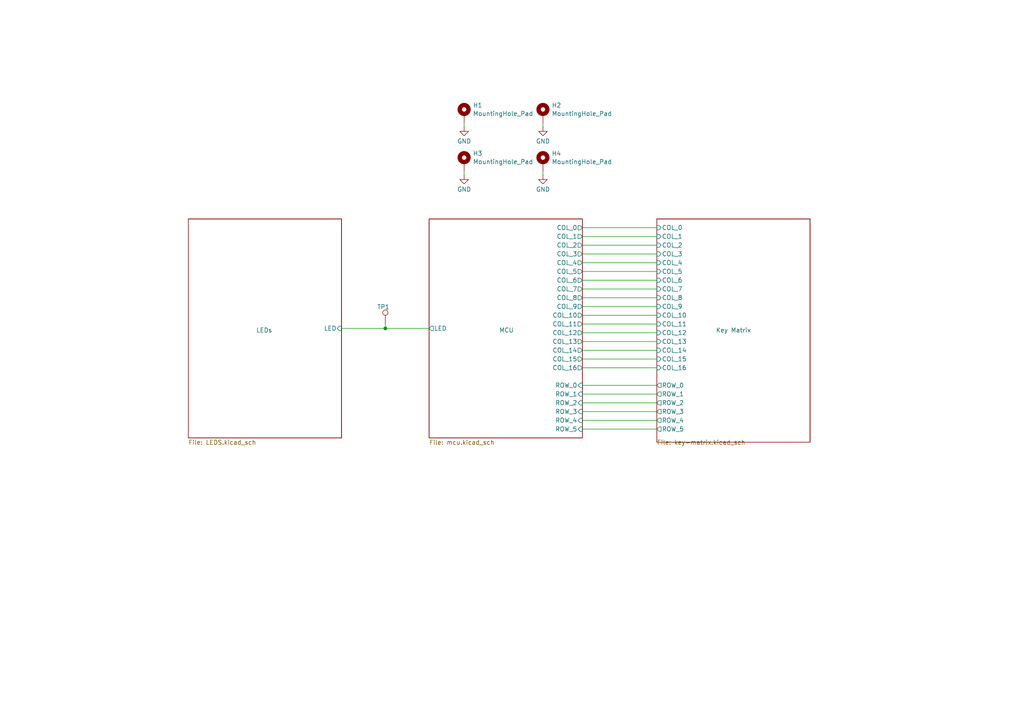
<source format=kicad_sch>
(kicad_sch (version 20231120) (generator "eeschema") (generator_version "8.0")
  (paper "A4")
  (lib_symbols
    (symbol "Connector:TestPoint" (pin_numbers hide) (pin_names (offset 0.762) hide)
      (property "Reference" "TP" (at 0 6.858 0))
      (property "Value" "TestPoint" (at 0 5.08 0))
      (symbol "TestPoint_0_1"
        (circle (center 0 3.302) (radius 0.762))
      )
      (symbol "TestPoint_1_1"
        (pin passive line (at 0 0 90) (length 2.54) (name "1") (number "1"))
      )
    )
    (symbol "Mechanical:MountingHole_Pad" (pin_numbers hide) (pin_names (offset 1.016) hide) (exclude_from_sim yes) (in_bom no)
      (property "Reference" "H" (at 0 6.35 0))
      (property "Value" "MountingHole_Pad" (at 0 4.445 0))
      (symbol "MountingHole_Pad_0_1"
        (circle (center 0 1.27) (radius 1.27) (stroke (width 1.27)))
      )
      (symbol "MountingHole_Pad_1_1"
        (pin input line (at 0 -2.54 90) (length 2.54) (name "1") (number "1"))
      )
    )
    (symbol "power:GND" (power) (pin_numbers hide) (pin_names (offset 0) hide)
      (property "Value" "GND" (at 0 -3.81 0))
      (symbol "GND_0_1"
        (polyline (pts (xy 0 0) (xy 0 -1.27) (xy 1.27 -1.27) (xy 0 -2.54) (xy -1.27 -1.27) (xy 0 -1.27)))
      )
      (symbol "GND_1_1"
        (pin power_in line (at 0 0 270) (length 0) (name "~") (number "1"))
      )
    )
  )
  (junction (at 111.76 95.25))
  (wire (pts (xy 134.62 49.53) (xy 134.62 50.8)))
  (wire (pts (xy 111.76 95.25) (xy 124.46 95.25)))
  (wire (pts (xy 168.91 114.3) (xy 190.5 114.3)))
  (wire (pts (xy 168.91 111.76) (xy 190.5 111.76)))
  (wire (pts (xy 168.91 124.46) (xy 190.5 124.46)))
  (wire (pts (xy 168.91 99.06) (xy 190.5 99.06)))
  (wire (pts (xy 168.91 119.38) (xy 190.5 119.38)))
  (wire (pts (xy 168.91 91.44) (xy 190.5 91.44)))
  (wire (pts (xy 99.06 95.25) (xy 111.76 95.25)))
  (wire (pts (xy 168.91 66.04) (xy 190.5 66.04)))
  (wire (pts (xy 168.91 106.68) (xy 190.5 106.68)))
  (wire (pts (xy 168.91 121.92) (xy 190.5 121.92)))
  (wire (pts (xy 168.91 101.6) (xy 190.5 101.6)))
  (wire (pts (xy 168.91 88.9) (xy 190.5 88.9)))
  (wire (pts (xy 111.76 93.98) (xy 111.76 95.25)))
  (wire (pts (xy 168.91 93.98) (xy 190.5 93.98)))
  (wire (pts (xy 168.91 86.36) (xy 190.5 86.36)))
  (wire (pts (xy 168.91 96.52) (xy 190.5 96.52)))
  (wire (pts (xy 168.91 68.58) (xy 190.5 68.58)))
  (wire (pts (xy 168.91 81.28) (xy 190.5 81.28)))
  (wire (pts (xy 168.91 104.14) (xy 190.5 104.14)))
  (wire (pts (xy 168.91 116.84) (xy 190.5 116.84)))
  (wire (pts (xy 134.62 35.56) (xy 134.62 36.83)))
  (wire (pts (xy 168.91 83.82) (xy 190.5 83.82)))
  (wire (pts (xy 168.91 78.74) (xy 190.5 78.74)))
  (wire (pts (xy 157.48 35.56) (xy 157.48 36.83)))
  (wire (pts (xy 168.91 76.2) (xy 190.5 76.2)))
  (wire (pts (xy 157.48 49.53) (xy 157.48 50.8)))
  (wire (pts (xy 168.91 73.66) (xy 190.5 73.66)))
  (wire (pts (xy 168.91 71.12) (xy 190.5 71.12)))
  (symbol (lib_id "Connector:TestPoint") (at 111.76 93.98 0) (unit 1)
    (property "Reference" "TP1" (at 109.347 89.027 0) (effects (justify left)))
    (property "Value" "TestPoint" (effects (hide yes)))
    (property "Footprint" "TestPoint:TestPoint_THTPad_D1.0mm_Drill0.5mm" (effects (hide yes)))
    (property "Description" "test point" (effects (hide yes)))
  )
  (symbol (lib_id "power:GND") (at 157.48 50.8 0) (unit 1)
    (property "Reference" "#PWR04" (effects (hide yes)))
    (property "Value" "GND" (at 157.48 54.9331 0))
    (property "Description" "Power symbol creates a global label with name \"GND\" , ground" (effects (hide yes)))
  )
  (symbol (lib_id "power:GND") (at 134.62 36.83 0) (unit 1)
    (property "Reference" "#PWR01" (effects (hide yes)))
    (property "Value" "GND" (at 134.62 40.9631 0))
    (property "Description" "Power symbol creates a global label with name \"GND\" , ground" (effects (hide yes)))
  )
  (symbol (lib_id "Mechanical:MountingHole_Pad") (at 157.48 33.02 0) (unit 1) (exclude_from_sim yes) (in_bom no)
    (property "Reference" "H2" (at 160.02 30.5378 0) (effects (justify left)))
    (property "Value" "MountingHole_Pad" (at 160.02 32.9621 0) (effects (justify left)))
    (property "Footprint" "MountingHole:MountingHole_3.2mm_M3_Pad" (effects (hide yes)))
    (property "Description" "Mounting Hole with connection" (effects (hide yes)))
  )
  (symbol (lib_id "power:GND") (at 157.48 36.83 0) (unit 1)
    (property "Reference" "#PWR02" (effects (hide yes)))
    (property "Value" "GND" (at 157.48 40.9631 0))
    (property "Description" "Power symbol creates a global label with name \"GND\" , ground" (effects (hide yes)))
  )
  (symbol (lib_id "Mechanical:MountingHole_Pad") (at 157.48 46.99 0) (unit 1) (exclude_from_sim yes) (in_bom no)
    (property "Reference" "H4" (at 160.02 44.5078 0) (effects (justify left)))
    (property "Value" "MountingHole_Pad" (at 160.02 46.9321 0) (effects (justify left)))
    (property "Footprint" "MountingHole:MountingHole_3.2mm_M3_Pad" (effects (hide yes)))
    (property "Description" "Mounting Hole with connection" (effects (hide yes)))
  )
  (symbol (lib_id "Mechanical:MountingHole_Pad") (at 134.62 33.02 0) (unit 1) (exclude_from_sim yes) (in_bom no)
    (property "Reference" "H1" (at 137.16 30.5378 0) (effects (justify left)))
    (property "Value" "MountingHole_Pad" (at 137.16 32.9621 0) (effects (justify left)))
    (property "Footprint" "MountingHole:MountingHole_3.2mm_M3_Pad" (effects (hide yes)))
    (property "Description" "Mounting Hole with connection" (effects (hide yes)))
  )
  (symbol (lib_id "Mechanical:MountingHole_Pad") (at 134.62 46.99 0) (unit 1) (exclude_from_sim yes) (in_bom no)
    (property "Reference" "H3" (at 137.16 44.5078 0) (effects (justify left)))
    (property "Value" "MountingHole_Pad" (at 137.16 46.9321 0) (effects (justify left)))
    (property "Footprint" "MountingHole:MountingHole_3.2mm_M3_Pad" (effects (hide yes)))
    (property "Description" "Mounting Hole with connection" (effects (hide yes)))
  )
  (symbol (lib_id "power:GND") (at 134.62 50.8 0) (unit 1)
    (property "Reference" "#PWR03" (effects (hide yes)))
    (property "Value" "GND" (at 134.62 54.9331 0))
    (property "Description" "Power symbol creates a global label with name \"GND\" , ground" (effects (hide yes)))
  )
  (sheet (at 54.61 63.5) (size 44.45 63.5) (stroke (width 0.1524))
    (property "Sheetname" "LEDs" (at 74.295 96.52 0) (effects (justify left bottom)))
    (property "Sheetfile" "LEDS.kicad_sch" (at 54.61 127.5846 0) (effects (justify left top)))
    (pin "LED" input (at 99.06 95.25 0))
  )
  (sheet (at 124.46 63.5) (size 44.45 63.5) (stroke (width 0.1524))
    (property "Sheetname" "MCU" (at 144.78 96.52 0) (effects (justify left bottom)))
    (property "Sheetfile" "mcu.kicad_sch" (at 124.46 127.5846 0) (effects (justify left top)))
    (pin "COL_16" output (at 168.91 106.68 0))
    (pin "COL_15" output (at 168.91 104.14 0))
    (pin "ROW_0" input (at 168.91 111.76 0))
    (pin "COL_5" output (at 168.91 78.74 0))
    (pin "COL_12" output (at 168.91 96.52 0))
    (pin "COL_13" output (at 168.91 99.06 0))
    (pin "COL_14" output (at 168.91 101.6 0))
    (pin "COL_2" output (at 168.91 71.12 0))
    (pin "COL_4" output (at 168.91 76.2 0))
    (pin "COL_3" output (at 168.91 73.66 0))
    (pin "COL_11" output (at 168.91 93.98 0))
    (pin "COL_7" output (at 168.91 83.82 0))
    (pin "COL_6" output (at 168.91 81.28 0))
    (pin "COL_8" output (at 168.91 86.36 0))
    (pin "COL_9" output (at 168.91 88.9 0))
    (pin "COL_10" output (at 168.91 91.44 0))
    (pin "ROW_5" input (at 168.91 124.46 0))
    (pin "COL_1" output (at 168.91 68.58 0))
    (pin "COL_0" output (at 168.91 66.04 0))
    (pin "ROW_1" input (at 168.91 114.3 0))
    (pin "ROW_2" input (at 168.91 116.84 0))
    (pin "ROW_3" input (at 168.91 119.38 0))
    (pin "ROW_4" input (at 168.91 121.92 0))
    (pin "LED" output (at 124.46 95.25 180))
  )
  (sheet (at 190.5 63.5) (size 44.45 64.77) (stroke (width 0.1524))
    (property "Sheetname" "Key Matrix" (at 207.645 96.52 0) (effects (justify left bottom)))
    (property "Sheetfile" "key-matrix.kicad_sch" (at 190.5 127.5846 0) (effects (justify left top)))
    (pin "COL_9" input (at 190.5 88.9 180))
    (pin "COL_10" input (at 190.5 91.44 180))
    (pin "COL_7" input (at 190.5 83.82 180))
    (pin "COL_6" input (at 190.5 81.28 180))
    (pin "COL_8" input (at 190.5 86.36 180))
    (pin "COL_0" input (at 190.5 66.04 180))
    (pin "COL_1" input (at 190.5 68.58 180))
    (pin "ROW_0" output (at 190.5 111.76 180))
    (pin "ROW_1" output (at 190.5 114.3 180))
    (pin "COL_5" input (at 190.5 78.74 180))
    (pin "COL_2" input (at 190.5 71.12 180))
    (pin "COL_4" input (at 190.5 76.2 180))
    (pin "COL_3" input (at 190.5 73.66 180))
    (pin "COL_14" input (at 190.5 101.6 180))
    (pin "COL_11" input (at 190.5 93.98 180))
    (pin "COL_12" input (at 190.5 96.52 180))
    (pin "COL_13" input (at 190.5 99.06 180))
    (pin "COL_16" input (at 190.5 106.68 180))
    (pin "COL_15" input (at 190.5 104.14 180))
    (pin "ROW_2" output (at 190.5 116.84 180))
    (pin "ROW_3" output (at 190.5 119.38 180))
    (pin "ROW_4" output (at 190.5 121.92 180))
    (pin "ROW_5" output (at 190.5 124.46 180))
  )
)
</source>
